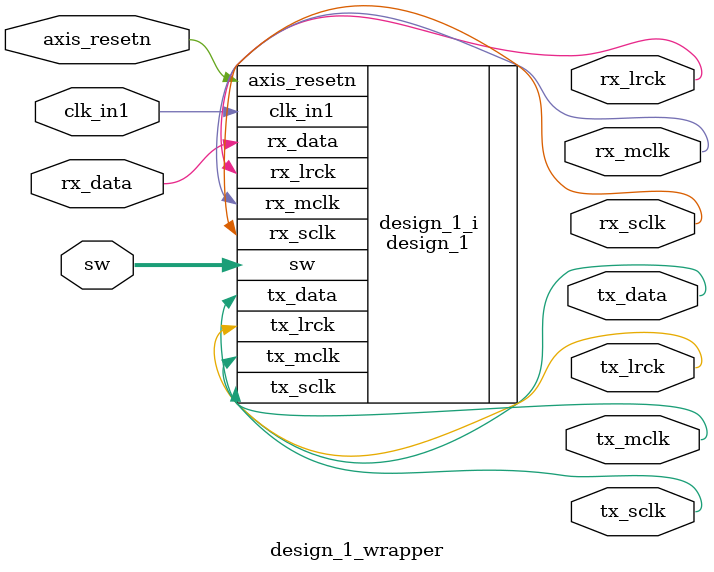
<source format=v>
`timescale 1 ps / 1 ps

module design_1_wrapper
   (axis_resetn,
    clk_in1,
    rx_data,
    rx_lrck,
    rx_mclk,
    rx_sclk,
    sw,
    tx_data,
    tx_lrck,
    tx_mclk,
    tx_sclk);
  input axis_resetn;
  input clk_in1;
  input rx_data;
  output rx_lrck;
  output rx_mclk;
  output rx_sclk;
  input [3:0]sw;
  output tx_data;
  output tx_lrck;
  output tx_mclk;
  output tx_sclk;

  wire axis_resetn;
  wire clk_in1;
  wire rx_data;
  wire rx_lrck;
  wire rx_mclk;
  wire rx_sclk;
  wire [3:0]sw;
  wire tx_data;
  wire tx_lrck;
  wire tx_mclk;
  wire tx_sclk;

  design_1 design_1_i
       (.axis_resetn(axis_resetn),
        .clk_in1(clk_in1),
        .rx_data(rx_data),
        .rx_lrck(rx_lrck),
        .rx_mclk(rx_mclk),
        .rx_sclk(rx_sclk),
        .sw(sw),
        .tx_data(tx_data),
        .tx_lrck(tx_lrck),
        .tx_mclk(tx_mclk),
        .tx_sclk(tx_sclk));
endmodule

</source>
